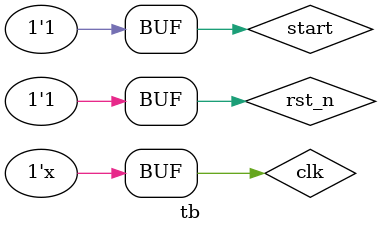
<source format=v>
`include "global.v"
module tb;
  
  reg clk;
  reg rst_n;
  reg start;
  
  initial
  begin
    clk=1'b0;
    rst_n=1'b0;
    start=1'b0;
    # 100 rst_n=1'b1;
    # 100 start=1'b1;
  end
  
  always #10 clk=!clk;
  

wire [3:0] num;
top i_top(
     .clk(clk)
    ,.rst_n(rst_n)
    ,.start(start)
    ,.num(num)
);

endmodule
</source>
